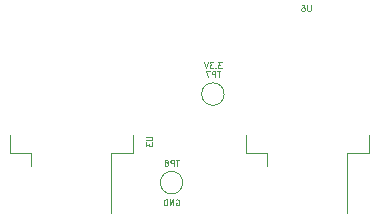
<source format=gbo>
G04 #@! TF.GenerationSoftware,KiCad,Pcbnew,(6.0.11)*
G04 #@! TF.CreationDate,2023-03-15T17:37:52+01:00*
G04 #@! TF.ProjectId,ProtoBoard,50726f74-6f42-46f6-9172-642e6b696361,rev?*
G04 #@! TF.SameCoordinates,Original*
G04 #@! TF.FileFunction,Legend,Bot*
G04 #@! TF.FilePolarity,Positive*
%FSLAX46Y46*%
G04 Gerber Fmt 4.6, Leading zero omitted, Abs format (unit mm)*
G04 Created by KiCad (PCBNEW (6.0.11)) date 2023-03-15 17:37:52*
%MOMM*%
%LPD*%
G01*
G04 APERTURE LIST*
%ADD10C,0.100000*%
%ADD11C,0.120000*%
G04 APERTURE END LIST*
D10*
X75388095Y-76076190D02*
X75078571Y-76076190D01*
X75245238Y-76266666D01*
X75173809Y-76266666D01*
X75126190Y-76290476D01*
X75102380Y-76314285D01*
X75078571Y-76361904D01*
X75078571Y-76480952D01*
X75102380Y-76528571D01*
X75126190Y-76552380D01*
X75173809Y-76576190D01*
X75316666Y-76576190D01*
X75364285Y-76552380D01*
X75388095Y-76528571D01*
X74864285Y-76528571D02*
X74840476Y-76552380D01*
X74864285Y-76576190D01*
X74888095Y-76552380D01*
X74864285Y-76528571D01*
X74864285Y-76576190D01*
X74673809Y-76076190D02*
X74364285Y-76076190D01*
X74530952Y-76266666D01*
X74459523Y-76266666D01*
X74411904Y-76290476D01*
X74388095Y-76314285D01*
X74364285Y-76361904D01*
X74364285Y-76480952D01*
X74388095Y-76528571D01*
X74411904Y-76552380D01*
X74459523Y-76576190D01*
X74602380Y-76576190D01*
X74650000Y-76552380D01*
X74673809Y-76528571D01*
X74221428Y-76076190D02*
X74054761Y-76576190D01*
X73888095Y-76076190D01*
X71530952Y-87700000D02*
X71578571Y-87676190D01*
X71650000Y-87676190D01*
X71721428Y-87700000D01*
X71769047Y-87747619D01*
X71792857Y-87795238D01*
X71816666Y-87890476D01*
X71816666Y-87961904D01*
X71792857Y-88057142D01*
X71769047Y-88104761D01*
X71721428Y-88152380D01*
X71650000Y-88176190D01*
X71602380Y-88176190D01*
X71530952Y-88152380D01*
X71507142Y-88128571D01*
X71507142Y-87961904D01*
X71602380Y-87961904D01*
X71292857Y-88176190D02*
X71292857Y-87676190D01*
X71007142Y-88176190D01*
X71007142Y-87676190D01*
X70769047Y-88176190D02*
X70769047Y-87676190D01*
X70650000Y-87676190D01*
X70578571Y-87700000D01*
X70530952Y-87747619D01*
X70507142Y-87795238D01*
X70483333Y-87890476D01*
X70483333Y-87961904D01*
X70507142Y-88057142D01*
X70530952Y-88104761D01*
X70578571Y-88152380D01*
X70650000Y-88176190D01*
X70769047Y-88176190D01*
X75280952Y-76828190D02*
X74995238Y-76828190D01*
X75138095Y-77328190D02*
X75138095Y-76828190D01*
X74828571Y-77328190D02*
X74828571Y-76828190D01*
X74638095Y-76828190D01*
X74590476Y-76852000D01*
X74566666Y-76875809D01*
X74542857Y-76923428D01*
X74542857Y-76994857D01*
X74566666Y-77042476D01*
X74590476Y-77066285D01*
X74638095Y-77090095D01*
X74828571Y-77090095D01*
X74376190Y-76828190D02*
X74042857Y-76828190D01*
X74257142Y-77328190D01*
X71780952Y-84328190D02*
X71495238Y-84328190D01*
X71638095Y-84828190D02*
X71638095Y-84328190D01*
X71328571Y-84828190D02*
X71328571Y-84328190D01*
X71138095Y-84328190D01*
X71090476Y-84352000D01*
X71066666Y-84375809D01*
X71042857Y-84423428D01*
X71042857Y-84494857D01*
X71066666Y-84542476D01*
X71090476Y-84566285D01*
X71138095Y-84590095D01*
X71328571Y-84590095D01*
X70757142Y-84542476D02*
X70804761Y-84518666D01*
X70828571Y-84494857D01*
X70852380Y-84447238D01*
X70852380Y-84423428D01*
X70828571Y-84375809D01*
X70804761Y-84352000D01*
X70757142Y-84328190D01*
X70661904Y-84328190D01*
X70614285Y-84352000D01*
X70590476Y-84375809D01*
X70566666Y-84423428D01*
X70566666Y-84447238D01*
X70590476Y-84494857D01*
X70614285Y-84518666D01*
X70661904Y-84542476D01*
X70757142Y-84542476D01*
X70804761Y-84566285D01*
X70828571Y-84590095D01*
X70852380Y-84637714D01*
X70852380Y-84732952D01*
X70828571Y-84780571D01*
X70804761Y-84804380D01*
X70757142Y-84828190D01*
X70661904Y-84828190D01*
X70614285Y-84804380D01*
X70590476Y-84780571D01*
X70566666Y-84732952D01*
X70566666Y-84637714D01*
X70590476Y-84590095D01*
X70614285Y-84566285D01*
X70661904Y-84542476D01*
X82930952Y-71226190D02*
X82930952Y-71630952D01*
X82907142Y-71678571D01*
X82883333Y-71702380D01*
X82835714Y-71726190D01*
X82740476Y-71726190D01*
X82692857Y-71702380D01*
X82669047Y-71678571D01*
X82645238Y-71630952D01*
X82645238Y-71226190D01*
X82192857Y-71226190D02*
X82288095Y-71226190D01*
X82335714Y-71250000D01*
X82359523Y-71273809D01*
X82407142Y-71345238D01*
X82430952Y-71440476D01*
X82430952Y-71630952D01*
X82407142Y-71678571D01*
X82383333Y-71702380D01*
X82335714Y-71726190D01*
X82240476Y-71726190D01*
X82192857Y-71702380D01*
X82169047Y-71678571D01*
X82145238Y-71630952D01*
X82145238Y-71511904D01*
X82169047Y-71464285D01*
X82192857Y-71440476D01*
X82240476Y-71416666D01*
X82335714Y-71416666D01*
X82383333Y-71440476D01*
X82407142Y-71464285D01*
X82430952Y-71511904D01*
X69026190Y-82369047D02*
X69430952Y-82369047D01*
X69478571Y-82392857D01*
X69502380Y-82416666D01*
X69526190Y-82464285D01*
X69526190Y-82559523D01*
X69502380Y-82607142D01*
X69478571Y-82630952D01*
X69430952Y-82654761D01*
X69026190Y-82654761D01*
X69026190Y-82845238D02*
X69026190Y-83154761D01*
X69216666Y-82988095D01*
X69216666Y-83059523D01*
X69240476Y-83107142D01*
X69264285Y-83130952D01*
X69311904Y-83154761D01*
X69430952Y-83154761D01*
X69478571Y-83130952D01*
X69502380Y-83107142D01*
X69526190Y-83059523D01*
X69526190Y-82916666D01*
X69502380Y-82869047D01*
X69478571Y-82845238D01*
D11*
X75600000Y-78750000D02*
G75*
G03*
X75600000Y-78750000I-950000J0D01*
G01*
X72100000Y-86250000D02*
G75*
G03*
X72100000Y-86250000I-950000J0D01*
G01*
X77450000Y-83700000D02*
X79260000Y-83700000D01*
X87850000Y-83700000D02*
X86040000Y-83700000D01*
X87850000Y-82200000D02*
X87850000Y-83700000D01*
X79260000Y-83700000D02*
X79260000Y-84800000D01*
X86040000Y-83700000D02*
X86040000Y-88825000D01*
X77450000Y-82200000D02*
X77450000Y-83700000D01*
X67850000Y-82200000D02*
X67850000Y-83700000D01*
X59260000Y-83700000D02*
X59260000Y-84800000D01*
X57450000Y-82200000D02*
X57450000Y-83700000D01*
X67850000Y-83700000D02*
X66040000Y-83700000D01*
X66040000Y-83700000D02*
X66040000Y-88825000D01*
X57450000Y-83700000D02*
X59260000Y-83700000D01*
M02*

</source>
